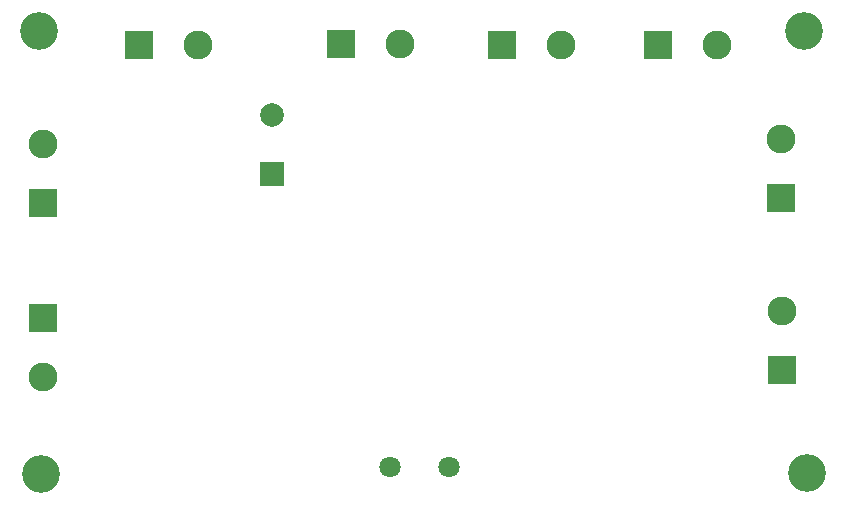
<source format=gbr>
%TF.GenerationSoftware,KiCad,Pcbnew,8.0.2*%
%TF.CreationDate,2024-07-10T14:47:37-04:00*%
%TF.ProjectId,Low-Power_PDP,4c6f772d-506f-4776-9572-5f5044502e6b,rev?*%
%TF.SameCoordinates,Original*%
%TF.FileFunction,Soldermask,Bot*%
%TF.FilePolarity,Negative*%
%FSLAX46Y46*%
G04 Gerber Fmt 4.6, Leading zero omitted, Abs format (unit mm)*
G04 Created by KiCad (PCBNEW 8.0.2) date 2024-07-10 14:47:37*
%MOMM*%
%LPD*%
G01*
G04 APERTURE LIST*
G04 Aperture macros list*
%AMRoundRect*
0 Rectangle with rounded corners*
0 $1 Rounding radius*
0 $2 $3 $4 $5 $6 $7 $8 $9 X,Y pos of 4 corners*
0 Add a 4 corners polygon primitive as box body*
4,1,4,$2,$3,$4,$5,$6,$7,$8,$9,$2,$3,0*
0 Add four circle primitives for the rounded corners*
1,1,$1+$1,$2,$3*
1,1,$1+$1,$4,$5*
1,1,$1+$1,$6,$7*
1,1,$1+$1,$8,$9*
0 Add four rect primitives between the rounded corners*
20,1,$1+$1,$2,$3,$4,$5,0*
20,1,$1+$1,$4,$5,$6,$7,0*
20,1,$1+$1,$6,$7,$8,$9,0*
20,1,$1+$1,$8,$9,$2,$3,0*%
G04 Aperture macros list end*
%ADD10RoundRect,0.102000X-1.125000X-1.125000X1.125000X-1.125000X1.125000X1.125000X-1.125000X1.125000X0*%
%ADD11C,2.454000*%
%ADD12RoundRect,0.102000X1.125000X-1.125000X1.125000X1.125000X-1.125000X1.125000X-1.125000X-1.125000X0*%
%ADD13R,2.000000X2.000000*%
%ADD14C,2.000000*%
%ADD15C,3.200000*%
%ADD16RoundRect,0.102000X-1.125000X1.125000X-1.125000X-1.125000X1.125000X-1.125000X1.125000X1.125000X0*%
%ADD17C,1.803400*%
G04 APERTURE END LIST*
D10*
%TO.C,J3*%
X78600000Y-28200000D03*
D11*
X83600000Y-28200000D03*
%TD*%
D12*
%TO.C,J7*%
X53300000Y-41612500D03*
D11*
X53300000Y-36612500D03*
%TD*%
D13*
%TO.C,C5*%
X72700000Y-39167677D03*
D14*
X72700000Y-34167677D03*
%TD*%
D10*
%TO.C,J5*%
X105400000Y-28300000D03*
D11*
X110400000Y-28300000D03*
%TD*%
D15*
%TO.C,REF\u002A\u002A*%
X117800000Y-27100000D03*
%TD*%
D10*
%TO.C,J4*%
X92200000Y-28300000D03*
D11*
X97200000Y-28300000D03*
%TD*%
D16*
%TO.C,J8*%
X53300000Y-51387500D03*
D11*
X53300000Y-56387500D03*
%TD*%
D15*
%TO.C,REF\u002A\u002A*%
X53000000Y-27100000D03*
%TD*%
D12*
%TO.C,J6*%
X115800000Y-41212500D03*
D11*
X115800000Y-36212500D03*
%TD*%
D10*
%TO.C,J2*%
X61487500Y-28300000D03*
D11*
X66487500Y-28300000D03*
%TD*%
D12*
%TO.C,J9*%
X115900000Y-55812500D03*
D11*
X115900000Y-50812500D03*
%TD*%
D17*
%TO.C,J1*%
X82704900Y-64002701D03*
X87704900Y-64002701D03*
%TD*%
D15*
%TO.C,REF\u002A\u002A*%
X53200000Y-64600000D03*
%TD*%
%TO.C,REF\u002A\u002A*%
X118000000Y-64500000D03*
%TD*%
M02*

</source>
